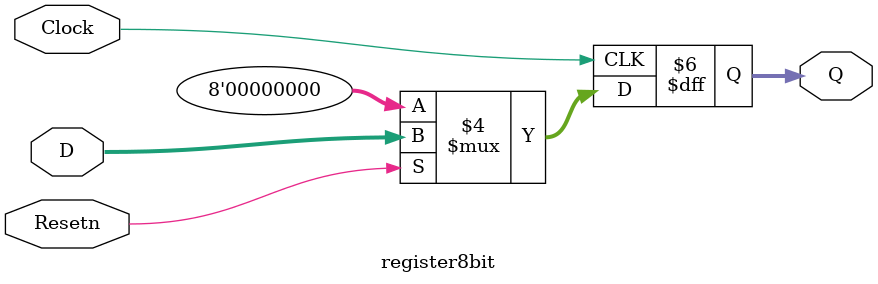
<source format=v>


module register8bit(D, Clock, Resetn, Q); //D = 8 bit input, Q = 8 bit output
	input [7:0]D; 
	input Clock, Resetn; //E is enable input, flip flops cannot change value if E = 0. If E = 1, register responds to clock normally.
	output reg[7:0] Q; 
	
	always @(posedge Clock)
		if (Resetn == 1'b0)
			Q<=0; 
		else
			Q<=D; 
endmodule 
	
</source>
